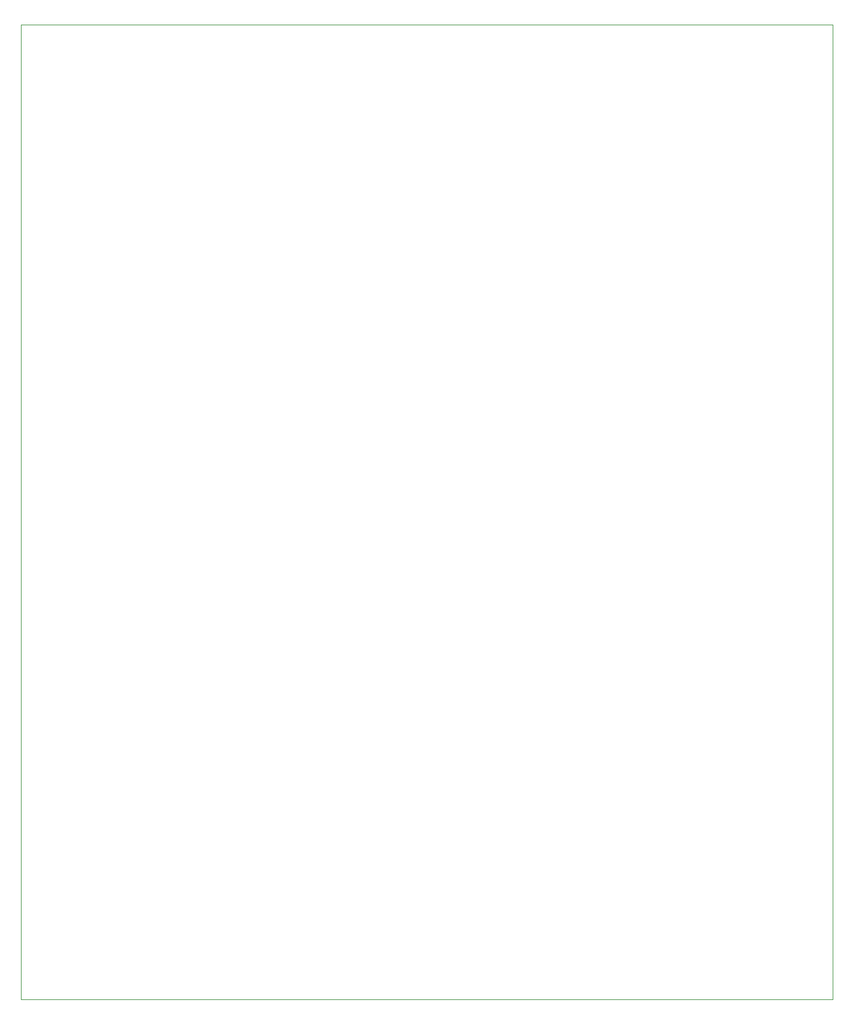
<source format=gbr>
%TF.GenerationSoftware,KiCad,Pcbnew,7.0.7*%
%TF.CreationDate,2023-11-01T18:07:50-05:00*%
%TF.ProjectId,greenhouse-controller-pcb,67726565-6e68-46f7-9573-652d636f6e74,rev?*%
%TF.SameCoordinates,Original*%
%TF.FileFunction,Profile,NP*%
%FSLAX46Y46*%
G04 Gerber Fmt 4.6, Leading zero omitted, Abs format (unit mm)*
G04 Created by KiCad (PCBNEW 7.0.7) date 2023-11-01 18:07:50*
%MOMM*%
%LPD*%
G01*
G04 APERTURE LIST*
%TA.AperFunction,Profile*%
%ADD10C,0.100000*%
%TD*%
G04 APERTURE END LIST*
D10*
X80264000Y-27000200D02*
X191897000Y-27000200D01*
X191897000Y-160909000D01*
X80264000Y-160909000D01*
X80264000Y-27000200D01*
M02*

</source>
